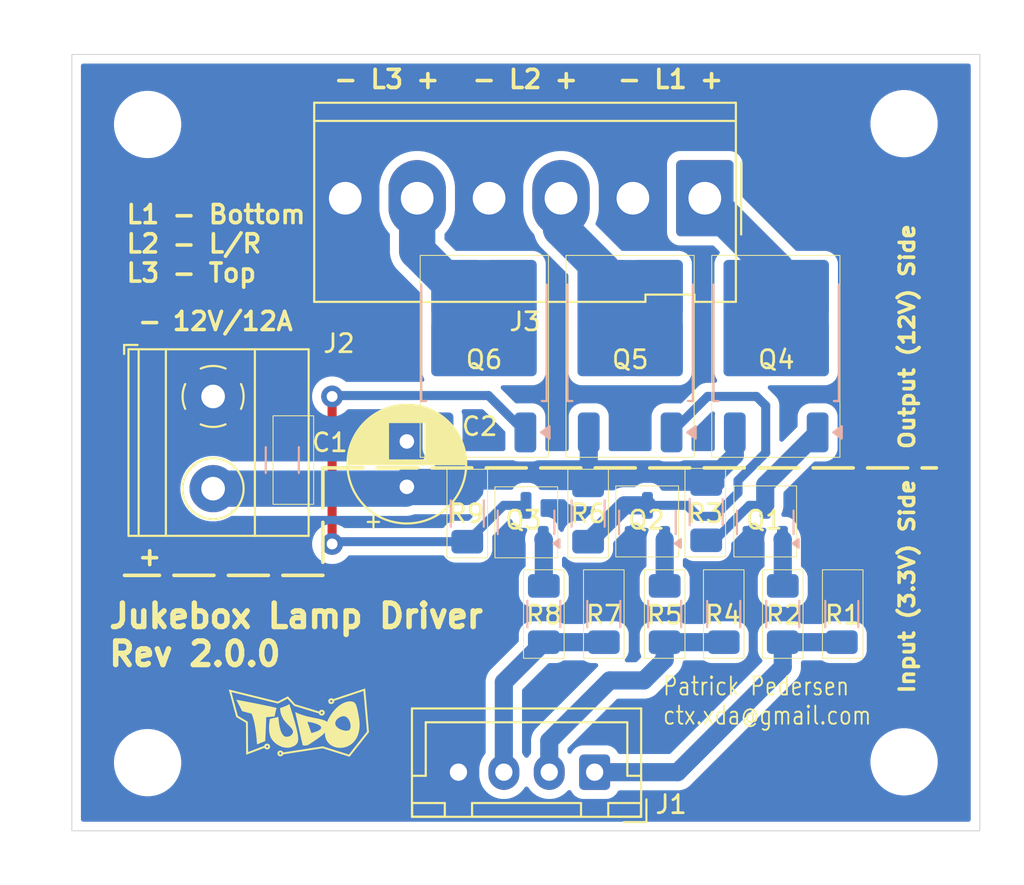
<source format=kicad_pcb>
(kicad_pcb (version 20240108) (generator "pcbnew") (generator_version "8.0")
  (layers (0 "F.Cu" signal) (31 "B.Cu" signal) (34 "B.Paste" user) (35 "F.Paste" user) (36 "B.SilkS" user "B.Silkscreen") (37 "F.SilkS" user "F.Silkscreen") (38 "B.Mask" user) (39 "F.Mask" user) (44 "Edge.Cuts" user))
  (net 0 "")
  (net 1 "GND")
  (net 2 "/L1+")
  (net 3 "/L2+")
  (net 4 "/L3+")
  (net 5 "Net-(Q1-G)")
  (net 6 "Net-(Q2-G)")
  (net 7 "Net-(Q3-G)")
  (net 8 "+12V")
  (net 9 "Net-(Q1-D)")
  (net 10 "Net-(Q2-D)")
  (net 11 "Net-(Q3-D)")
  (net 12 "Net-(J1-Pin_1)")
  (net 13 "Net-(J1-Pin_3)")
  (net 14 "Net-(J1-Pin_2)")
  (footprint "Connector_JST:JST_XH_B4B-XH-A_1x04_P2.50mm_Vertical" (layer "F.Cu") (at 110.215 78.4048 180)
    (property "Reference" "J1" (at -4.212 -1.778 0) (layer "F.SilkS"))
    (property "Value" "JST XH 1x4")
    (pad "1" thru_hole roundrect (at 0 0 180) (size 1.7 1.95) (drill 0.95) (layers "*.Cu" "*.Mask") (roundrect_rratio 0.147059) (net 12 "Net-(J1-Pin_1)"))
    (pad "2" thru_hole oval (at 2.5 0 180) (size 1.7 1.95) (drill 0.95) (layers "*.Cu" "*.Mask") (net 14 "Net-(J1-Pin_2)"))
    (pad "3" thru_hole oval (at 5 0 180) (size 1.7 1.95) (drill 0.95) (layers "*.Cu" "*.Mask") (net 13 "Net-(J1-Pin_3)"))
    (pad "4" thru_hole oval (at 7.5 0 180) (size 1.7 1.95) (drill 0.95) (layers "*.Cu" "*.Mask") (net 1 "GND"))
  )
  (footprint "TerminalBlock_Phoenix:TerminalBlock_Phoenix_MKDS-1,5-2-5.08_1x02_P5.08mm_Horizontal" (layer "F.Cu") (at 89.2048 57.7038 -90)
    (property "Reference" "J2" (at -2.921 -6.9342 180) (layer "F.SilkS"))
    (property "Value" "Screw_Terminal_01x02")
    (pad "1" thru_hole rect (at 0 0 270) (size 2.6 2.6) (drill 1.3) (layers "*.Cu" "*.Mask") (net 1 "GND"))
    (pad "2" thru_hole circle (at 5.08 0 270) (size 2.6 2.6) (drill 1.3) (layers "*.Cu" "*.Mask") (net 8 "+12V"))
  )
  (footprint "MountingHole:MountingHole_3.2mm_M3" (layer "F.Cu") (at 127.254 42.672)
    (property "Reference" "H2" (hide yes))
    (property "Value" "MountingHole")
    (pad "" np_thru_hole circle (at 0 0) (size 3.2 3.2) (drill 3.2) (layers "*.Cu" "*.Mask"))
  )
  (footprint "Capacitor_THT:CP_Radial_D6.3mm_P2.50mm" (layer "F.Cu") (at 99.8728 62.6822 90)
    (property "Reference" "C2" (at 3.3274 4.0132 180) (layer "F.SilkS"))
    (property "Value" "100u")
    (pad "1" thru_hole rect (at 0 0 90) (size 1.6 1.6) (drill 0.8) (layers "*.Cu" "*.Mask") (net 8 "+12V"))
    (pad "2" thru_hole circle (at 2.5 0 90) (size 1.6 1.6) (drill 0.8) (layers "*.Cu" "*.Mask") (net 1 "GND"))
  )
  (footprint "MountingHole:MountingHole_3.2mm_M3" (layer "F.Cu") (at 85.598 42.7178)
    (property "Reference" "H1" (hide yes))
    (property "Value" "MountingHole")
    (pad "" np_thru_hole circle (at 0 0) (size 3.2 3.2) (drill 3.2) (layers "*.Cu" "*.Mask"))
  )
  (footprint "MountingHole:MountingHole_3.2mm_M3" (layer "F.Cu") (at 85.598 77.8798)
    (property "Reference" "H4" (hide yes))
    (property "Value" "MountingHole")
    (pad "" np_thru_hole circle (at 0 0) (size 3.2 3.2) (drill 3.2) (layers "*.Cu" "*.Mask"))
  )
  (footprint "MountingHole:MountingHole_3.2mm_M3" (layer "F.Cu") (at 127.254 77.834)
    (property "Reference" "H3" (hide yes))
    (property "Value" "MountingHole")
    (pad "" np_thru_hole circle (at 0 0) (size 3.2 3.2) (drill 3.2) (layers "*.Cu" "*.Mask"))
  )
  (footprint "Connector_Molex:Molex_KK-396_5273-06A_1x06_P3.96mm_Vertical" (layer "F.Cu") (at 116.2822 46.7818 180)
    (property "Reference" "J3" (at 9.9 -6.8 0) (layer "F.SilkS"))
    (property "Value" "1x6 MOLEX KK 396")
    (pad "1" thru_hole roundrect (at 0 0 180) (size 3.16 4.2) (drill 1.8) (layers "*.Cu" "*.Mask") (roundrect_rratio 0.079114) (net 2 "/L1+"))
    (pad "2" thru_hole oval (at 3.96 0 180) (size 3.16 4.2) (drill 1.8) (layers "*.Cu" "*.Mask") (net 1 "GND"))
    (pad "3" thru_hole oval (at 7.92 0 180) (size 3.16 4.2) (drill 1.8) (layers "*.Cu" "*.Mask") (net 3 "/L2+"))
    (pad "4" thru_hole oval (at 11.88 0 180) (size 3.16 4.2) (drill 1.8) (layers "*.Cu" "*.Mask") (net 1 "GND"))
    (pad "5" thru_hole oval (at 15.84 0 180) (size 3.16 4.2) (drill 1.8) (layers "*.Cu" "*.Mask") (net 4 "/L3+"))
    (pad "6" thru_hole oval (at 19.8 0 180) (size 3.16 4.2) (drill 1.8) (layers "*.Cu" "*.Mask") (net 1 "GND"))
  )
  (footprint "Resistor_SMD:R_1206_3216Metric_Pad1.30x1.75mm_HandSolder" (layer "B.Cu") (at 107.4166 69.6926 -90)
    (property "Reference" "R8" (at 0.0508 0 0) (layer "F.SilkS"))
    (property "Value" "470")
    (pad "1" smd roundrect (at -1.55 0 270) (size 1.3 1.75) (layers "B.Cu" "B.Paste" "B.Mask") (roundrect_rratio 0.192308) (net 7 "Net-(Q3-G)"))
    (pad "2" smd roundrect (at 1.55 0 270) (size 1.3 1.75) (layers "B.Cu" "B.Paste" "B.Mask") (roundrect_rratio 0.192308) (net 13 "Net-(J1-Pin_3)"))
  )
  (footprint "Resistor_SMD:R_1206_3216Metric_Pad1.30x1.75mm_HandSolder" (layer "B.Cu") (at 116.3574 64.0786 -90)
    (property "Reference" "R3" (at 0.0768 0.0508 180) (layer "F.SilkS"))
    (property "Value" "47k")
    (pad "1" smd roundrect (at -1.55 0 270) (size 1.3 1.75) (layers "B.Cu" "B.Paste" "B.Mask") (roundrect_rratio 0.192308) (net 8 "+12V"))
    (pad "2" smd roundrect (at 1.55 0 270) (size 1.3 1.75) (layers "B.Cu" "B.Paste" "B.Mask") (roundrect_rratio 0.192308) (net 9 "Net-(Q1-D)"))
  )
  (footprint "Package_TO_SOT_SMD:SOT-23" (layer "B.Cu") (at 113.1214 64.6403 90)
    (property "Reference" "Q2" (at 0.1293 -0.0508 0) (layer "F.SilkS"))
    (property "Value" "BSS138")
    (pad "1" smd roundrect (at -0.9375 0.95 90) (size 1.475 0.6) (layers "B.Cu" "B.Paste" "B.Mask") (net 6 "Net-(Q2-G)"))
    (pad "2" smd roundrect (at -0.9375 -0.95 90) (size 1.475 0.6) (layers "B.Cu" "B.Paste" "B.Mask") (net 1 "GND"))
    (pad "3" smd roundrect (at 0.9375 0 90) (size 1.475 0.6) (layers "B.Cu" "B.Paste" "B.Mask") (net 10 "Net-(Q2-D)"))
  )
  (footprint "Package_TO_SOT_SMD:TO-252-2" (layer "B.Cu") (at 120.2122 54.645 90)
    (property "Reference" "Q4" (at -1.0268 0.006 0) (layer "F.SilkS"))
    (property "Value" "TSM7P06CP")
    (pad "1" smd roundrect (at -5.04 2.28 90) (size 2.2 1.2) (layers "B.Cu" "B.Paste" "B.Mask") (roundrect_rratio 0.208333) (net 9 "Net-(Q1-D)"))
    (pad "2" smd roundrect (at -0.415 -1.525 90) (size 3.05 2.75) (layers "B.Cu" "B.Paste") (roundrect_rratio 0.090909) (net 2 "/L1+"))
    (pad "2" smd roundrect (at -0.415 1.525 90) (size 3.05 2.75) (layers "B.Cu" "B.Paste") (roundrect_rratio 0.090909) (net 2 "/L1+"))
    (pad "2" smd roundrect (at 1.26 0 90) (size 6.4 5.8) (layers "B.Cu" "B.Mask") (roundrect_rratio 0.043103) (net 2 "/L1+"))
    (pad "2" smd roundrect (at 2.935 -1.525 90) (size 3.05 2.75) (layers "B.Cu" "B.Paste") (roundrect_rratio 0.090909) (net 2 "/L1+"))
    (pad "2" smd roundrect (at 2.935 1.525 90) (size 3.05 2.75) (layers "B.Cu" "B.Paste") (roundrect_rratio 0.090909) (net 2 "/L1+"))
    (pad "3" smd roundrect (at -5.04 -2.28 90) (size 2.2 1.2) (layers "B.Cu" "B.Paste" "B.Mask") (roundrect_rratio 0.208333) (net 8 "+12V"))
  )
  (footprint "Package_TO_SOT_SMD:TO-252-2" (layer "B.Cu") (at 104.1206 54.645 90)
    (property "Reference" "Q6" (at -1.0268 0.006 0) (layer "F.SilkS"))
    (property "Value" "TSM7P06CP")
    (pad "1" smd roundrect (at -5.04 2.28 90) (size 2.2 1.2) (layers "B.Cu" "B.Paste" "B.Mask") (roundrect_rratio 0.208333) (net 11 "Net-(Q3-D)"))
    (pad "2" smd roundrect (at -0.415 -1.525 90) (size 3.05 2.75) (layers "B.Cu" "B.Paste") (roundrect_rratio 0.090909) (net 4 "/L3+"))
    (pad "2" smd roundrect (at -0.415 1.525 90) (size 3.05 2.75) (layers "B.Cu" "B.Paste") (roundrect_rratio 0.090909) (net 4 "/L3+"))
    (pad "2" smd roundrect (at 1.26 0 90) (size 6.4 5.8) (layers "B.Cu" "B.Mask") (roundrect_rratio 0.043103) (net 4 "/L3+"))
    (pad "2" smd roundrect (at 2.935 -1.525 90) (size 3.05 2.75) (layers "B.Cu" "B.Paste") (roundrect_rratio 0.090909) (net 4 "/L3+"))
    (pad "2" smd roundrect (at 2.935 1.525 90) (size 3.05 2.75) (layers "B.Cu" "B.Paste") (roundrect_rratio 0.090909) (net 4 "/L3+"))
    (pad "3" smd roundrect (at -5.04 -2.28 90) (size 2.2 1.2) (layers "B.Cu" "B.Paste" "B.Mask") (roundrect_rratio 0.208333) (net 8 "+12V"))
  )
  (footprint "Resistor_SMD:R_1206_3216Metric_Pad1.30x1.75mm_HandSolder" (layer "B.Cu") (at 110.7186 69.6926 90)
    (property "Reference" "R7" (at -0.0508 0 180) (layer "F.SilkS"))
    (property "Value" "100k")
    (pad "1" smd roundrect (at -1.55 0 90) (size 1.3 1.75) (layers "B.Cu" "B.Paste" "B.Mask") (roundrect_rratio 0.192308) (net 13 "Net-(J1-Pin_3)"))
    (pad "2" smd roundrect (at 1.55 0 90) (size 1.3 1.75) (layers "B.Cu" "B.Paste" "B.Mask") (roundrect_rratio 0.192308) (net 1 "GND"))
  )
  (footprint "Resistor_SMD:R_1206_3216Metric_Pad1.30x1.75mm_HandSolder" (layer "B.Cu") (at 114.0714 69.6926 -90)
    (property "Reference" "R5" (at 0.0508 0 180) (layer "F.SilkS"))
    (property "Value" "470")
    (pad "1" smd roundrect (at -1.55 0 270) (size 1.3 1.75) (layers "B.Cu" "B.Paste" "B.Mask") (roundrect_rratio 0.192308) (net 6 "Net-(Q2-G)"))
    (pad "2" smd roundrect (at 1.55 0 270) (size 1.3 1.75) (layers "B.Cu" "B.Paste" "B.Mask") (roundrect_rratio 0.192308) (net 14 "Net-(J1-Pin_2)"))
  )
  (footprint "Package_TO_SOT_SMD:SOT-23" (layer "B.Cu") (at 106.4362 64.6403 90)
    (property "Reference" "Q3" (at 0.1293 -0.1372 180) (layer "F.SilkS"))
    (property "Value" "BSS138")
    (pad "1" smd roundrect (at -0.9375 0.95 90) (size 1.475 0.6) (layers "B.Cu" "B.Paste" "B.Mask") (net 7 "Net-(Q3-G)"))
    (pad "2" smd roundrect (at -0.9375 -0.95 90) (size 1.475 0.6) (layers "B.Cu" "B.Paste" "B.Mask") (net 1 "GND"))
    (pad "3" smd roundrect (at 0.9375 0 90) (size 1.475 0.6) (layers "B.Cu" "B.Paste" "B.Mask") (net 11 "Net-(Q3-D)"))
  )
  (footprint "Resistor_SMD:R_1206_3216Metric_Pad1.30x1.75mm_HandSolder" (layer "B.Cu") (at 123.825 69.6926 90)
    (property "Reference" "R1" (at -0.0508 0.0508 180) (layer "F.SilkS"))
    (property "Value" "100k")
    (pad "1" smd roundrect (at -1.55 0 90) (size 1.3 1.75) (layers "B.Cu" "B.Paste" "B.Mask") (roundrect_rratio 0.192308) (net 12 "Net-(J1-Pin_1)"))
    (pad "2" smd roundrect (at 1.55 0 90) (size 1.3 1.75) (layers "B.Cu" "B.Paste" "B.Mask") (roundrect_rratio 0.192308) (net 1 "GND"))
  )
  (footprint "Resistor_SMD:R_1206_3216Metric_Pad1.30x1.75mm_HandSolder" (layer "B.Cu") (at 109.855 64.1554 -90)
    (property "Reference" "R6" (at 0 0 0) (layer "F.SilkS"))
    (property "Value" "47k")
    (pad "1" smd roundrect (at -1.55 0 270) (size 1.3 1.75) (layers "B.Cu" "B.Paste" "B.Mask") (roundrect_rratio 0.192308) (net 8 "+12V"))
    (pad "2" smd roundrect (at 1.55 0 270) (size 1.3 1.75) (layers "B.Cu" "B.Paste" "B.Mask") (roundrect_rratio 0.192308) (net 10 "Net-(Q2-D)"))
  )
  (footprint "Package_TO_SOT_SMD:TO-252-2" (layer "B.Cu") (at 112.1701 54.645 90)
    (property "Reference" "Q5" (at -1.0268 0.006 0) (layer "F.SilkS"))
    (property "Value" "TSM7P06CP")
    (pad "1" smd roundrect (at -5.04 2.28 90) (size 2.2 1.2) (layers "B.Cu" "B.Paste" "B.Mask") (roundrect_rratio 0.208333) (net 10 "Net-(Q2-D)"))
    (pad "2" smd roundrect (at -0.415 -1.525 90) (size 3.05 2.75) (layers "B.Cu" "B.Paste") (roundrect_rratio 0.090909) (net 3 "/L2+"))
    (pad "2" smd roundrect (at -0.415 1.525 90) (size 3.05 2.75) (layers "B.Cu" "B.Paste") (roundrect_rratio 0.090909) (net 3 "/L2+"))
    (pad "2" smd roundrect (at 1.26 0 90) (size 6.4 5.8) (layers "B.Cu" "B.Mask") (roundrect_rratio 0.043103) (net 3 "/L2+"))
    (pad "2" smd roundrect (at 2.935 -1.525 90) (size 3.05 2.75) (layers "B.Cu" "B.Paste") (roundrect_rratio 0.090909) (net 3 "/L2+"))
    (pad "2" smd roundrect (at 2.935 1.525 90) (size 3.05 2.75) (layers "B.Cu" "B.Paste") (roundrect_rratio 0.090909) (net 3 "/L2+"))
    (pad "3" smd roundrect (at -5.04 -2.28 90) (size 2.2 1.2) (layers "B.Cu" "B.Paste" "B.Mask") (roundrect_rratio 0.208333) (net 8 "+12V"))
  )
  (footprint "Resistor_SMD:R_1206_3216Metric_Pad1.30x1.75mm_HandSolder" (layer "B.Cu") (at 117.3226 69.6926 90)
    (property "Reference" "R4" (at -0.0508 -0.0508 180) (layer "F.SilkS"))
    (property "Value" "100k")
    (pad "1" smd roundrect (at -1.55 0 90) (size 1.3 1.75) (layers "B.Cu" "B.Paste" "B.Mask") (roundrect_rratio 0.192308) (net 14 "Net-(J1-Pin_2)"))
    (pad "2" smd roundrect (at 1.55 0 90) (size 1.3 1.75) (layers "B.Cu" "B.Paste" "B.Mask") (roundrect_rratio 0.192308) (net 1 "GND"))
  )
  (footprint "Resistor_SMD:R_1206_3216Metric_Pad1.30x1.75mm_HandSolder" (layer "B.Cu") (at 120.5738 69.6926 -90)
    (property "Reference" "R2" (at 0.0508 -0.0508 180) (layer "F.SilkS"))
    (property "Value" "470")
    (pad "1" smd roundrect (at -1.55 0 270) (size 1.3 1.75) (layers "B.Cu" "B.Paste" "B.Mask") (roundrect_rratio 0.192308) (net 5 "Net-(Q1-G)"))
    (pad "2" smd roundrect (at 1.55 0 270) (size 1.3 1.75) (layers "B.Cu" "B.Paste" "B.Mask") (roundrect_rratio 0.192308) (net 12 "Net-(J1-Pin_1)"))
  )
  (footprint "Capacitor_SMD:C_1206_3216Metric_Pad1.33x1.80mm_HandSolder" (layer "B.Cu") (at 93.0148 61.209 90)
    (property "Reference" "C1" (at 0.9652 2.6162 180) (layer "F.SilkS"))
    (property "Value" "100n")
    (pad "1" smd roundrect (at -1.5625 0 90) (size 1.325 1.8) (layers "B.Cu" "B.Paste" "B.Mask") (roundrect_rratio 0.188679) (net 8 "+12V"))
    (pad "2" smd roundrect (at 1.5625 0 90) (size 1.325 1.8) (layers "B.Cu" "B.Paste" "B.Mask") (roundrect_rratio 0.188679) (net 1 "GND"))
  )
  (footprint "Package_TO_SOT_SMD:SOT-23" (layer "B.Cu") (at 119.6086 64.6403 90)
    (property "Reference" "Q1" (at 0.1293 -0.0508 180) (layer "F.SilkS"))
    (property "Value" "BSS138")
    (pad "1" smd roundrect (at -0.9375 0.95 90) (size 1.475 0.6) (layers "B.Cu" "B.Paste" "B.Mask") (net 5 "Net-(Q1-G)"))
    (pad "2" smd roundrect (at -0.9375 -0.95 90) (size 1.475 0.6) (layers "B.Cu" "B.Paste" "B.Mask") (net 1 "GND"))
    (pad "3" smd roundrect (at 0.9375 0 90) (size 1.475 0.6) (layers "B.Cu" "B.Paste" "B.Mask") (net 9 "Net-(Q1-D)"))
  )
  (footprint "Resistor_SMD:R_1206_3216Metric_Pad1.30x1.75mm_HandSolder" (layer "B.Cu") (at 103.2002 64.1554 -90)
    (property "Reference" "R9" (at 0 0.0508 0) (layer "F.SilkS"))
    (property "Value" "47k")
    (pad "1" smd roundrect (at -1.55 0 270) (size 1.3 1.75) (layers "B.Cu" "B.Paste" "B.Mask") (roundrect_rratio 0.192308) (net 8 "+12V"))
    (pad "2" smd roundrect (at 1.55 0 270) (size 1.3 1.75) (layers "B.Cu" "B.Paste" "B.Mask") (roundrect_rratio 0.192308) (net 11 "Net-(Q3-D)"))
  )
  (gr_rect (start 102.0826 61.717) (end 104.3178 66.5938) (stroke (width 0.05)) (fill none) (layer "F.SilkS"))
  (gr_rect (start 116.6622 49.9314) (end 123.7234 61.0566) (stroke (width 0.05)) (fill none) (layer "F.SilkS"))
  (gr_rect (start 104.7242 62.6822) (end 108.1786 66.5938) (stroke (width 0.05)) (fill none) (layer "F.SilkS"))
  (gr_rect (start 116.205 67.2542) (end 118.4402 72.131) (stroke (width 0.05)) (fill none) (layer "F.SilkS"))
  (gr_line (start 95.25 61.6408) (end 95.25 67.560141) (stroke (width 0.2) (type dash)) (layer "F.SilkS"))
  (gr_poly (pts (xy 97.79 76.2) (xy 96.720025 77.555725) (xy 95.232009 77.087941) (xy 93.063485 77.423433) (xy 93.057912 77.439084) (xy 93.051175 77.453501) (xy 93.043362 77.466696) (xy 93.03456 77.478682) (xy 93.024859 77.489471) (xy 93.014346 77.499075) (xy 93.003109 77.507508) (xy 92.991237 77.514781) (xy 92.978817 77.520906) (xy 92.965939 77.525897) (xy 92.952689 77.529766) (xy 92.939157 77.532524) (xy 92.92543 77.534185) (xy 92.911597 77.534761) (xy 92.897746 77.534264) (xy 92.883965 77.532706) (xy 92.870341 77.530101) (xy 92.856964 77.526459) (xy 92.843922 77.521795) (xy 92.831302 77.51612) (xy 92.819193 77.509446) (xy 92.807683 77.501787) (xy 92.79686 77.493154) (xy 92.786813 77.48356) (xy 92.777629 77.473017) (xy 92.769397 77.461537) (xy 92.762204 77.449134) (xy 92.75614 77.435819) (xy 92.751292 77.421605) (xy 92.747748 77.406504) (xy 92.745597 77.390529) (xy 92.744963 77.374618) (xy 92.851553 77.374618) (xy 92.851773 77.380091) (xy 92.852434 77.385516) (xy 92.853534 77.390851) (xy 92.855075 77.396051) (xy 92.857057 77.401072) (xy 92.859478 77.405869) (xy 92.86234 77.4104) (xy 92.865642 77.414619) (xy 92.869385 77.418484) (xy 92.873567 77.421949) (xy 92.87819 77.424972) (xy 92.883254 77.427507) (xy 92.888757 77.429512) (xy 92.894701 77.430942) (xy 92.901085 77.431752) (xy 92.907909 77.4319) (xy 92.914734 77.431656) (xy 92.921118 77.430755) (xy 92.927062 77.429242) (xy 92.932565 77.42716) (xy 92.937629 77.424553) (xy 92.942252 77.421466) (xy 92.946434 77.417941) (xy 92.950177 77.414024) (xy 92.953479 77.409758) (xy 92.956341 77.405187) (xy 92.958762 77.400355) (xy 92.960744 77.395307) (xy 92.962285 77.390085) (xy 92.963385 77.384735) (xy 92.964046 77.3793) (xy 92.964266 77.373824) (xy 92.964046 77.368351) (xy 92.963385 77.362925) (xy 92.962285 77.35759) (xy 92.960744 77.352391) (xy 92.958762 77.34737) (xy 92.956341 77.342572) (xy 92.953479 77.338042) (xy 92.950177 77.333822) (xy 92.946434 77.329958) (xy 92.942252 77.326492) (xy 92.937629 77.32347) (xy 92.932565 77.320934) (xy 92.927062 77.31893) (xy 92.921118 77.3175) (xy 92.914734 77.316689) (xy 92.907909 77.316542) (xy 92.901085 77.316785) (xy 92.894701 77.317686) (xy 92.888757 77.319199) (xy 92.883254 77.321281) (xy 92.87819 77.323888) (xy 92.873567 77.326976) (xy 92.869385 77.3305) (xy 92.865642 77.334417) (xy 92.86234 77.338684) (xy 92.859478 77.343254) (xy 92.857057 77.348086) (xy 92.855075 77.353135) (xy 92.853534 77.358356) (xy 92.852434 77.363706) (xy 92.851773 77.369142) (xy 92.851553 77.374618) (xy 92.744963 77.374618) (xy 92.744926 77.373692) (xy 92.745302 77.35732) (xy 92.747166 77.341749) (xy 92.75043 77.326994) (xy 92.755007 77.313069) (xy 92.76081 77.299987) (xy 92.76775 77.287762) (xy 92.775742 77.276408) (xy 92.784696 77.26594) (xy 92.794527 77.256371) (xy 92.805146 77.247715) (xy 92.816466 77.239986) (xy 92.8284 77.233198) (xy 92.840861 77.227365) (xy 92.85376 77.222501) (xy 92.86701 77.21862) (xy 92.880525 77.215735) (xy 92.894217 77.213862) (xy 92.907998 77.213013) (xy 92.921781 77.213203) (xy 92.935478 77.214445) (xy 92.949002 77.216755) (xy 92.962267 77.220144) (xy 92.975183 77.224629) (xy 92.987665 77.230221) (xy 92.999624 77.236936) (xy 93.010973 77.244788) (xy 93.021625 77.25379) (xy 93.031493 77.263956) (xy 93.040488 77.2753) (xy 93.048524 77.287836) (xy 93.055513 77.301579) (xy 93.061368 77.316542) (xy 95.240476 76.978933) (xy 96.681926 77.432958) (xy 97.679934 76.166133) (xy 97.484142 73.931992) (xy 95.870184 74.471742) (xy 95.871682 74.492282) (xy 95.871105 74.511628) (xy 95.868585 74.529772) (xy 95.864254 74.546706) (xy 95.858245 74.562419) (xy 95.85069 74.576903) (xy 95.841722 74.590149) (xy 95.831472 74.602148) (xy 95.820074 74.612892) (xy 95.807659 74.622371) (xy 95.794361 74.630576) (xy 95.78031 74.637499) (xy 95.765641 74.64313) (xy 95.750484 74.647462) (xy 95.734973 74.650484) (xy 95.719239 74.652187) (xy 95.703416 74.652564) (xy 95.687635 74.651605) (xy 95.672029 74.649301) (xy 95.656729 74.645643) (xy 95.64187 74.640623) (xy 95.627582 74.63423) (xy 95.613999 74.626458) (xy 95.601252 74.617296) (xy 95.589474 74.606735) (xy 95.578797 74.594767) (xy 95.569354 74.581383) (xy 95.561277 74.566574) (xy 95.554698 74.550331) (xy 95.54975 74.532645) (xy 95.546565 74.513507) (xy 95.545334 74.493834) (xy 95.652961 74.493834) (xy 95.653181 74.499307) (xy 95.653842 74.504733) (xy 95.654943 74.510068) (xy 95.656484 74.515268) (xy 95.658465 74.520288) (xy 95.660886 74.525086) (xy 95.663748 74.529616) (xy 95.66705 74.533836) (xy 95.670793 74.537701) (xy 95.674975 74.541166) (xy 95.679598 74.544189) (xy 95.684662 74.546724) (xy 95.690165 74.548729) (xy 95.696109 74.550158) (xy 95.702493 74.550969) (xy 95.709317 74.551117) (xy 95.716142 74.550969) (xy 95.722526 74.550158) (xy 95.72847 74.548729) (xy 95.733974 74.546724) (xy 95.739037 74.544189) (xy 95.74366 74.541166) (xy 95.747843 74.537701) (xy 95.751585 74.533836) (xy 95.754887 74.529616) (xy 95.757749 74.525086) (xy 95.760171 74.520288) (xy 95.762152 74.515268) (xy 95.763693 74.510068) (xy 95.764794 74.504733) (xy 95.765454 74.499307) (xy 95.765674 74.493834) (xy 95.765454 74.488358) (xy 95.764794 74.482923) (xy 95.763693 74.477573) (xy 95.762152 74.472351) (xy 95.760171 74.467303) (xy 95.757749 74.462471) (xy 95.754887 74.4579) (xy 95.751585 74.453634) (xy 95.747843 74.449717) (xy 95.74366 74.446193) (xy 95.739037 74.443105) (xy 95.733974 74.440498) (xy 95.72847 74.438416) (xy 95.722526 74.436903) (xy 95.716142 74.436002) (xy 95.709317 74.435758) (xy 95.702493 74.436002) (xy 95.696109 74.436903) (xy 95.690165 74.438416) (xy 95.684662 74.440498) (xy 95.679598 74.443105) (xy 95.674975 74.446193) (xy 95.670793 74.449717) (xy 95.66705 74.453634) (xy 95.663748 74.4579) (xy 95.660886 74.462471) (xy 95.658465 74.467303) (xy 95.656484 74.472351) (xy 95.654943 74.477573) (xy 95.653842 74.482923) (xy 95.653181 74.488358) (xy 95.652961 74.493834) (xy 95.545334 74.493834) (xy 95.545276 74.492908) (xy 95.545425 74.479998) (xy 95.546634 74.467474) (xy 95.548851 74.455359) (xy 95.552025 74.443673) (xy 95.556105 74.432437) (xy 95.56104 74.421673) (xy 95.56678 74.411401) (xy 95.573272 74.401644) (xy 95.580467 74.392421) (xy 95.588313 74.383753) (xy 95.59676 74.375663) (xy 95.605756 74.368172) (xy 95.615251 74.361299) (xy 95.625192 74.355067) (xy 95.635531 74.349497) (xy 95.646215 74.344609) (xy 95.657193 74.340426) (xy 95.668415 74.336967) (xy 95.67983 74.334254) (xy 95.691386 74.332308) (xy 95.703033 74.331151) (xy 95.71472 74.330803) (xy 95.726395 74.331286) (xy 95.738008 74.33262) (xy 95.749508 74.334828) (xy 95.760844 74.337929) (xy 95.771965 74.341945) (xy 95.78282 74.346898) (xy 95.793358 74.352807) (xy 95.803527 74.359696) (xy 95.813278 74.367583) (xy 95.822559 74.376492) (xy 97.579393 73.790175)) (stroke (width -0.000001)) (fill solid) (layer "F.SilkS"))
  (gr_rect (start 117.8814 62.6314) (end 121.3358 66.543) (stroke (width 0.05)) (fill none) (layer "F.SilkS"))
  (gr_line (start 95.25 61.6408) (end 129.032 61.6408) (stroke (width 0.2) (type dash)) (layer "F.SilkS"))
  (gr_rect (start 108.6358 49.9314) (end 115.697 61.0566) (stroke (width 0.05)) (fill none) (layer "F.SilkS"))
  (gr_poly (pts (xy 92.762918 74.513017) (xy 93.324893 74.226208) (xy 93.723884 74.661183) (xy 95.040451 75.060175) (xy 95.047042 75.046099) (xy 95.054654 75.033228) (xy 95.063208 75.021546) (xy 95.072621 75.011037) (xy 95.082811 75.001684) (xy 95.093697 74.993472) (xy 95.105197 74.986384) (xy 95.11723 74.980403) (xy 95.129714 74.975514) (xy 95.142567 74.9717) (xy 95.155709 74.968944) (xy 95.169057 74.967232) (xy 95.18253 74.966545) (xy 95.196046 74.966869) (xy 95.209523 74.968186) (xy 95.222881 74.970481) (xy 95.236037 74.973737) (xy 95.24891 74.977938) (xy 95.261419 74.983068) (xy 95.273481 74.989109) (xy 95.285015 74.996047) (xy 95.295939 75.003865) (xy 95.306173 75.012546) (xy 95.315634 75.022075) (xy 95.324241 75.032434) (xy 95.331912 75.043609) (xy 95.338566 75.055581) (xy 95.34412 75.068336) (xy 95.348494 75.081856) (xy 95.351606 75.096126) (xy 95.353375 75.11113) (xy 95.353718 75.12685) (xy 95.352924 75.144152) (xy 95.350604 75.160532) (xy 95.346852 75.175979) (xy 95.34176 75.19048) (xy 95.33542 75.204026) (xy 95.327926 75.216605) (xy 95.319371 75.228206) (xy 95.309846 75.238818) (xy 95.299446 75.248431) (xy 95.288263 75.257032) (xy 95.276389 75.264611) (xy 95.263918 75.271157) (xy 95.250943 75.276659) (xy 95.237555 75.281106) (xy 95.223849 75.284487) (xy 95.209917 75.28679) (xy 95.195851 75.288006) (xy 95.181744 75.288121) (xy 95.16769 75.287127) (xy 95.153781 75.285011) (xy 95.140111 75.281762) (xy 95.12677 75.27737) (xy 95.113854 75.271823) (xy 95.101454 75.265111) (xy 95.089663 75.257222) (xy 95.078574 75.248146) (xy 95.068281 75.23787) (xy 95.058875 75.226385) (xy 95.050449 75.213679) (xy 95.043097 75.199741) (xy 95.036911 75.18456) (xy 95.031984 75.168125) (xy 94.899101 75.127776) (xy 95.13332 75.127776) (xy 95.13354 75.133249) (xy 95.1342 75.138675) (xy 95.135301 75.14401) (xy 95.136842 75.149209) (xy 95.138823 75.15423) (xy 95.141245 75.159028) (xy 95.144107 75.163558) (xy 95.147409 75.167778) (xy 95.151151 75.171642) (xy 95.155334 75.175108) (xy 95.159957 75.17813) (xy 95.16502 75.180666) (xy 95.170524 75.18267) (xy 95.176467 75.1841) (xy 95.182851 75.184911) (xy 95.189676 75.185058) (xy 95.1965 75.184814) (xy 95.202884 75.183914) (xy 95.208828 75.182401) (xy 95.214332 75.180318) (xy 95.219395 75.177712) (xy 95.224018 75.174624) (xy 95.228201 75.1711) (xy 95.231943 75.167182) (xy 95.235245 75.162916) (xy 95.238107 75.158345) (xy 95.240529 75.153514) (xy 95.24251 75.148465) (xy 95.244051 75.143244) (xy 95.245152 75.137893) (xy 95.245812 75.132458) (xy 95.246032 75.126982) (xy 95.245812 75.121509) (xy 95.245152 75.116083) (xy 95.244051 75.110749) (xy 95.24251 75.105549) (xy 95.240529 75.100528) (xy 95.238107 75.095731) (xy 95.235245 75.0912) (xy 95.231943 75.08698) (xy 95.228201 75.083116) (xy 95.224018 75.07965) (xy 95.219395 75.076628) (xy 95.214332 75.074092) (xy 95.208828 75.072088) (xy 95.202884 75.070658) (xy 95.1965 75.069848) (xy 95.189676 75.0697) (xy 95.182851 75.069944) (xy 95.176467 75.070844) (xy 95.170524 75.072358) (xy 95.16502 75.07444) (xy 95.159957 75.077047) (xy 95.155334 75.080134) (xy 95.151151 75.083659) (xy 95.147409 75.087576) (xy 95.144107 75.091842) (xy 95.141245 75.096413) (xy 95.138823 75.101245) (xy 95.136842 75.106293) (xy 95.135301 75.111514) (xy 95.1342 75.116865) (xy 95.13354 75.1223) (xy 95.13332 75.127776) (xy 94.899101 75.127776) (xy 93.665676 74.753258) (xy 93.30161 74.356383) (xy 92.775618 74.6252) (xy 90.216568 73.993375) (xy 90.567935 75.2983) (xy 91.119326 75.626383) (xy 91.130968 77.293258) (xy 91.922181 76.992559) (xy 92.125537 76.992559) (xy 92.125757 76.998032) (xy 92.126417 77.003458) (xy 92.127518 77.008793) (xy 92.129059 77.013992) (xy 92.13104 77.019013) (xy 92.133462 77.023811) (xy 92.136324 77.028341) (xy 92.139626 77.032561) (xy 92.143368 77.036425) (xy 92.147551 77.039891) (xy 92.152174 77.042913) (xy 92.157237 77.045449) (xy 92.162741 77.047454) (xy 92.168684 77.048883) (xy 92.175068 77.049694) (xy 92.181893 77.049841) (xy 92.188717 77.049598) (xy 92.195101 77.048697) (xy 92.201045 77.047184) (xy 92.206549 77.045102) (xy 92.211612 77.042495) (xy 92.216235 77.039407) (xy 92.220418 77.035883) (xy 92.22416 77.031966) (xy 92.227462 77.027699) (xy 92.230324 77.023129) (xy 92.232746 77.018297) (xy 92.234727 77.013248) (xy 92.236268 77.008027) (xy 92.237369 77.002677) (xy 92.238029 76.997241) (xy 92.238249 76.991765) (xy 92.238029 76.986292) (xy 92.237369 76.980867) (xy 92.236268 76.975532) (xy 92.234727 76.970332) (xy 92.232746 76.965311) (xy 92.230324 76.960514) (xy 92.227462 76.955983) (xy 92.22416 76.951764) (xy 92.220418 76.947899) (xy 92.216235 76.944434) (xy 92.211612 76.941411) (xy 92.206549 76.938876) (xy 92.201045 76.936871) (xy 92.195101 76.935442) (xy 92.188717 76.934631) (xy 92.181893 76.934483) (xy 92.175068 76.934727) (xy 92.168684 76.935628) (xy 92.162741 76.937141) (xy 92.157237 76.939223) (xy 92.152174 76.94183) (xy 92.147551 76.944917) (xy 92.143368 76.948442) (xy 92.139626 76.952359) (xy 92.136324 76.956625) (xy 92.133462 76.961196) (xy 92.13104 76.966028) (xy 92.129059 76.971076) (xy 92.127518 76.976298) (xy 92.126417 76.981648) (xy 92.125757 76.987083) (xy 92.125537 76.992559) (xy 91.922181 76.992559) (xy 92.022085 76.954591) (xy 92.026735 76.937958) (xy 92.032686 76.922579) (xy 92.039841 76.908445) (xy 92.048107 76.895544) (xy 92.057387 76.883866) (xy 92.067586 76.873401) (xy 92.07861 76.864138) (xy 92.090364 76.856067) (xy 92.102751 76.849177) (xy 92.115677 76.843458) (xy 92.129047 76.8389) (xy 92.142766 76.835491) (xy 92.156738 76.833222) (xy 92.170868 76.832082) (xy 92.185061 76.832061) (xy 92.199223 76.833147) (xy 92.213257 76.835332) (xy 92.22707 76.838603) (xy 92.240564 76.842951) (xy 92.253647 76.848365) (xy 92.266221 76.854835) (xy 92.278193 76.86235) (xy 92.289466 76.8709) (xy 92.299947 76.880475) (xy 92.309539 76.891063) (xy 92.318147 76.902655) (xy 92.325677 76.91524) (xy 92.332033 76.928807) (xy 92.337121 76.943346) (xy 92.340844 76.958847) (xy 92.343108 76.975299) (xy 92.343818 76.992691) (xy 92.343583 77.008322) (xy 92.34194 77.023253) (xy 92.338968 77.037469) (xy 92.334748 77.050953) (xy 92.329358 77.063689) (xy 92.32288 77.075658) (xy 92.315392 77.086846) (xy 92.306975 77.097235) (xy 92.297708 77.106808) (xy 92.287671 77.115549) (xy 92.276945 77.123442) (xy 92.265609 77.130469) (xy 92.253742 77.136614) (xy 92.241425 77.14186) (xy 92.228738 77.146191) (xy 92.215759 77.149589) (xy 92.20257 77.152039) (xy 92.189251 77.153523) (xy 92.175879 77.154026) (xy 92.162537 77.153529) (xy 92.149303 77.152017) (xy 92.136257 77.149473) (xy 92.12348 77.14588) (xy 92.111051 77.141222) (xy 92.099049 77.135481) (xy 92.087555 77.128642) (xy 92.076649 77.120688) (xy 92.06641 77.111601) (xy 92.056919 77.101365) (xy 92.048254 77.089964) (xy 92.040497 77.077381) (xy 92.033726 77.0636) (xy 91.026193 77.445658) (xy 91.014551 75.686708) (xy 90.477976 75.367092) (xy 90.067343 73.847325)) (stroke (width -0.000001)) (fill solid) (layer "F.SilkS"))
  (gr_rect (start 108.7374 61.717) (end 110.9726 66.5938) (stroke (width 0.05)) (fill none) (layer "F.SilkS"))
  (gr_rect (start 106.299 67.2542) (end 108.5342 72.131) (stroke (width 0.05)) (fill none) (layer "F.SilkS"))
  (gr_poly (pts (xy 93.596884 75.26999) (xy 93.672415 75.526565) (xy 93.743927 75.780536) (xy 93.80383 76.010149) (xy 93.827056 76.109023) (xy 93.844534 76.19365) (xy 93.870406 76.340475) (xy 93.880579 76.409146) (xy 93.887992 76.474687) (xy 93.891958 76.537121) (xy 93.891787 76.596472) (xy 93.886792 76.652762) (xy 93.88227 76.679767) (xy 93.876284 76.706016) (xy 93.868748 76.731511) (xy 93.859575 76.756255) (xy 93.84868 76.780252) (xy 93.835977 76.803504) (xy 93.821379 76.826015) (xy 93.8048 76.847786) (xy 93.786155 76.868821) (xy 93.765358 76.889124) (xy 93.742322 76.908696) (xy 93.716961 76.927541) (xy 93.689189 76.945661) (xy 93.658921 76.96306) (xy 93.62607 76.979741) (xy 93.59055 76.995706) (xy 93.552275 77.010958) (xy 93.51116 77.0255) (xy 93.471947 77.037131) (xy 93.431965 77.046266) (xy 93.391312 77.052963) (xy 93.350086 77.057283) (xy 93.308386 77.059283) (xy 93.266309 77.059024) (xy 93.223955 77.056562) (xy 93.181422 77.051958) (xy 93.138809 77.045271) (xy 93.096213 77.036559) (xy 93.011469 77.013296) (xy 92.927977 76.982642) (xy 92.846526 76.945067) (xy 92.767902 76.901042) (xy 92.692894 76.85104) (xy 92.622289 76.795532) (xy 92.556873 76.734988) (xy 92.497436 76.669879) (xy 92.470206 76.635761) (xy 92.444765 76.600678) (xy 92.421212 76.56469) (xy 92.399646 76.527856) (xy 92.380165 76.490234) (xy 92.362868 76.451883) (xy 92.342803 76.393449) (xy 92.326126 76.333067) (xy 92.312627 76.271069) (xy 92.302096 76.207789) (xy 92.294325 76.14356) (xy 92.289105 76.078715) (xy 92.286225 76.013589) (xy 92.285477 75.948514) (xy 92.286652 75.883823) (xy 92.289539 75.81985) (xy 92.299616 75.69539) (xy 92.314034 75.577801) (xy 92.331118 75.46975) (xy 92.799959 75.359684) (xy 92.812064 75.512344) (xy 92.830122 75.671131) (xy 92.841755 75.750985) (xy 92.855323 75.830166) (xy 92.870975 75.90794) (xy 92.888859 75.983571) (xy 92.909125 76.056325) (xy 92.93192 76.125466) (xy 92.957395 76.190261) (xy 92.985697 76.249973) (xy 93.016976 76.303869) (xy 93.05138 76.351213) (xy 93.0698 76.372199) (xy 93.089058 76.391271) (xy 93.109172 76.408338) (xy 93.130159 76.423308) (xy 93.147223 76.430787) (xy 93.164646 76.437159) (xy 93.182378 76.442443) (xy 93.200369 76.446656) (xy 93.21857 76.449813) (xy 93.23693 76.451932) (xy 93.255399 76.45303) (xy 93.273927 76.453124) (xy 93.292465 76.45223) (xy 93.310962 76.450365) (xy 93.329369 76.447546) (xy 93.347635 76.443791) (xy 93.36571 76.439115) (xy 93.383544 76.433536) (xy 93.401088 76.427071) (xy 93.418291 76.419737) (xy 93.435103 76.411549) (xy 93.451475 76.402526) (xy 93.467356 76.392684) (xy 93.482696 76.38204) (xy 93.497446 76.37061) (xy 93.511555 76.358412) (xy 93.524973 76.345463) (xy 93.537651 76.331779) (xy 93.549538 76.317377) (xy 93.560584 76.302275) (xy 93.57074 76.286488) (xy 93.579955 76.270034) (xy 93.58818 76.25293) (xy 93.595364 76.235192) (xy 93.601457 76.216838) (xy 93.606409 76.197883) (xy 93.605039 76.166583) (xy 93.599712 76.136085) (xy 93.59069 76.106241) (xy 93.578233 76.076905) (xy 93.562602 76.047929) (xy 93.544057 76.019166) (xy 93.52286 75.99047) (xy 93.49927 75.961693) (xy 93.445955 75.903308) (xy 93.3862 75.842835) (xy 93.322088 75.779097) (xy 93.255704 75.710918) (xy 93.189135 75.63712) (xy 93.156432 75.597747) (xy 93.124465 75.556527) (xy 93.093493 75.513315) (xy 93.063779 75.467963) (xy 93.035581 75.420324) (xy 93.009162 75.37025) (xy 92.984782 75.317596) (xy 92.9627 75.262213) (xy 92.943179 75.203954) (xy 92.926478 75.142673) (xy 92.912858 75.078223) (xy 92.90258 75.010456) (xy 92.895905 74.939225) (xy 92.893093 74.864383) (xy 92.907868 74.862995) (xy 92.930037 74.857936) (xy 92.95851 74.849656) (xy 92.992196 74.838603) (xy 93.070849 74.809968) (xy 93.157279 74.775616) (xy 93.242767 74.73913) (xy 93.318592 74.704096) (xy 93.350158 74.688243) (xy 93.376038 74.674096) (xy 93.395144 74.662105) (xy 93.406384 74.652717)) (stroke (width -0.000001)) (fill solid) (layer "F.SilkS"))
  (gr_rect (start 92.5068 58.7706) (end 94.742 63.6474) (stroke (width 0.05)) (fill none) (layer "F.SilkS"))
  (gr_rect (start 100.6094 49.9314) (end 107.6706 61.0566) (stroke (width 0.05)) (fill none) (layer "F.SilkS"))
  (gr_rect (start 112.9538 67.2542) (end 115.189 72.131) (stroke (width 0.05)) (fill none) (layer "F.SilkS"))
  (gr_rect (start 111.379 62.6314) (end 114.8334 66.543) (stroke (width 0.05)) (fill none) (layer "F.SilkS"))
  (gr_poly (pts (xy 91.610525 74.629169) (xy 92.381008 74.787952) (xy 92.628082 74.84709) (xy 92.693457 74.867505) (xy 92.708651 74.874912) (xy 92.711059 74.880258) (xy 92.706709 74.885562) (xy 92.702205 74.892845) (xy 92.692809 74.912788) (xy 92.683026 74.938959) (xy 92.673009 74.970233) (xy 92.652886 75.043579) (xy 92.633669 75.123807) (xy 92.616585 75.201903) (xy 92.602862 75.268849) (xy 92.59041 75.333225) (xy 92.122626 75.378733) (xy 92.124925 75.482919) (xy 92.121766 75.654214) (xy 92.105428 76.098268) (xy 92.077118 76.693183) (xy 91.623093 76.874158) (xy 91.604695 76.633655) (xy 91.583955 76.415544) (xy 91.561362 76.218877) (xy 91.537401 76.042705) (xy 91.51256 75.886079) (xy 91.487324 75.74805) (xy 91.43762 75.523989) (xy 91.392182 75.362933) (xy 91.354905 75.257289) (xy 91.32041 75.181883) (xy 90.808176 75.046417) (xy 90.47586 74.411417)) (stroke (width -0.000001)) (fill solid) (layer "F.SilkS"))
  (gr_rect (start 119.4562 67.2542) (end 121.6914 72.131) (stroke (width 0.05)) (fill none) (layer "F.SilkS"))
  (gr_rect (start 109.601 67.2542) (end 111.8362 72.131) (stroke (width 0.05)) (fill none) (layer "F.SilkS"))
  (gr_line (start 95.25 67.560141) (end 84.328 67.560141) (stroke (width 0.2) (type dash)) (layer "F.SilkS"))
  (gr_rect (start 115.189 61.6662) (end 117.4242 66.543) (stroke (width 0.05)) (fill none) (layer "F.SilkS"))
  (gr_rect (start 122.7582 67.2542) (end 124.9934 72.131) (stroke (width 0.05)) (fill none) (layer "F.SilkS"))
  (gr_poly (pts (xy 96.843814 74.51104) (xy 96.881883 74.519175) (xy 96.916843 74.529884) (xy 96.949012 74.544238) (xy 96.97871 74.563312) (xy 96.992732 74.574954) (xy 97.006256 74.588178) (xy 97.019322 74.603118) (xy 97.03197 74.619908) (xy 97.056171 74.659576) (xy 97.079177 74.708254) (xy 97.10131 74.767016) (xy 97.122887 74.836933) (xy 97.144229 74.919079) (xy 97.165655 75.014526) (xy 97.187484 75.124348) (xy 97.210035 75.249617) (xy 97.246542 75.450239) (xy 97.26722 75.638271) (xy 97.273042 75.813875) (xy 97.264985 75.977208) (xy 97.244023 76.128433) (xy 97.211132 76.267708) (xy 97.167286 76.395194) (xy 97.113461 76.511051) (xy 97.050632 76.615438) (xy 96.979775 76.708517) (xy 96.901863 76.790447) (xy 96.817872 76.861388) (xy 96.728778 76.9215) (xy 96.635556 76.970943) (xy 96.53918 77.009878) (xy 96.440626 77.038464) (xy 96.340869 77.056862) (xy 96.240884 77.065231) (xy 96.141647 77.063732) (xy 96.044132 77.052524) (xy 95.949314 77.031769) (xy 95.858169 77.001625) (xy 95.771671 76.962253) (xy 95.690797 76.913812) (xy 95.616521 76.856464) (xy 95.549818 76.790368) (xy 95.491663 76.715684) (xy 95.443032 76.632573) (xy 95.404899 76.541193) (xy 95.37824 76.441706) (xy 95.364029 76.334272) (xy 95.363243 76.21905) (xy 95.33466 76.254196) (xy 95.296946 76.292953) (xy 95.251317 76.334715) (xy 95.198987 76.378874) (xy 95.141168 76.424826) (xy 95.079074 76.471964) (xy 94.946921 76.567373) (xy 94.812238 76.660253) (xy 94.684736 76.745752) (xy 94.490118 76.875216) (xy 94.474482 76.885121) (xy 94.458754 76.894028) (xy 94.442973 76.901983) (xy 94.427178 76.909031) (xy 94.411407 76.915216) (xy 94.395698 76.920583) (xy 94.380091 76.925177) (xy 94.364623 76.929042) (xy 94.349333 76.932224) (xy 94.334261 76.934767) (xy 94.319443 76.936715) (xy 94.30492 76.938115) (xy 94.290729 76.939009) (xy 94.276909 76.939444) (xy 94.250538 76.939113) (xy 94.226113 76.93748) (xy 94.203944 76.934902) (xy 94.184339 76.931739) (xy 94.167607 76.928348) (xy 94.154057 76.925087) (xy 94.143995 76.922314) (xy 94.135576 76.919666) (xy 93.845592 75.627442) (xy 94.399101 75.627442) (xy 94.618176 76.248683) (xy 94.716682 76.221799) (xy 94.803937 76.194953) (xy 94.880387 76.16819) (xy 94.946478 76.141554) (xy 95.002655 76.115089) (xy 95.049364 76.08884) (xy 95.087048 76.06285) (xy 95.116155 76.037165) (xy 95.137129 76.011829) (xy 95.150415 75.986887) (xy 95.156459 75.962381) (xy 95.155706 75.938358) (xy 95.148601 75.914861) (xy 95.135591 75.891935) (xy 95.117119 75.869623) (xy 95.093632 75.847972) (xy 95.065575 75.827024) (xy 95.033393 75.806824) (xy 94.958434 75.768847) (xy 94.87232 75.734395) (xy 94.823472 75.718458) (xy 95.931567 75.718458) (xy 95.933396 75.744899) (xy 95.938371 75.770812) (xy 95.946321 75.796152) (xy 95.957075 75.820875) (xy 95.970461 75.844937) (xy 95.986308 75.868293) (xy 96.004445 75.8909) (xy 96.024701 75.912712) (xy 96.046903 75.933686) (xy 96.070882 75.953776) (xy 96.096465 75.972939) (xy 96.123481 75.99113) (xy 96.181128 76.024419) (xy 96.242453 76.053289) (xy 96.306084 76.077383) (xy 96.370652 76.096347) (xy 96.434785 76.109827) (xy 96.497114 76.117467) (xy 96.527174 76.118985) (xy 96.556268 76.118911) (xy 96.584226 76.117199) (xy 96.610877 76.113806) (xy 96.636048 76.108686) (xy 96.65957 76.101795) (xy 96.681269 76.09309) (xy 96.700976 76.082525) (xy 96.716675 76.066717) (xy 96.730454 76.0484) (xy 96.742337 76.027772) (xy 96.75235 76.005033) (xy 96.760521 75.980384) (xy 96.766874 75.954024) (xy 96.771436 75.926152) (xy 96.774232 75.896969) (xy 96.775289 75.866675) (xy 96.774633 75.835469) (xy 96.772289 75.803551) (xy 96.768283 75.771121) (xy 96.762642 75.738378) (xy 96.755392 75.705523) (xy 96.746557 75.672755) (xy 96.736165 75.640274) (xy 96.724242 75.60828) (xy 96.710812 75.576972) (xy 96.695903 75.546551) (xy 96.67954 75.517216) (xy 96.66175 75.489167) (xy 96.642557 75.462603) (xy 96.621989 75.437726) (xy 96.60007 75.414733) (xy 96.576828 75.393826) (xy 96.552288 75.375204) (xy 96.526475 75.359066) (xy 96.499417 75.345613) (xy 96.471139 75.335044) (xy 96.441666 75.327559) (xy 96.411025 75.323359) (xy 96.379242 75.322642) (xy 96.35954 75.32393) (xy 96.339752 75.326192) (xy 96.319924 75.3294) (xy 96.300103 75.333529) (xy 96.280333 75.338553) (xy 96.260659 75.344447) (xy 96.241127 75.351185) (xy 96.221782 75.358741) (xy 96.20267 75.367089) (xy 96.183836 75.376203) (xy 96.165325 75.386058) (xy 96.147182 75.396628) (xy 96.129453 75.407887) (xy 96.112184 75.419809) (xy 96.09542 75.432369) (xy 96.079205 75.445541) (xy 96.063585 75.459298) (xy 96.048607 75.473616) (xy 96.034314 75.488469) (xy 96.020753 75.50383) (xy 96.007968 75.519674) (xy 95.996005 75.535975) (xy 95.98491 75.552707) (xy 95.974727 75.569845) (xy 95.965503 75.587363) (xy 95.957282 75.605235) (xy 95.95011 75.623435) (xy 95.944032 75.641938) (xy 95.939093 75.660717) (xy 95.935339 75.679748) (xy 95.932815 75.699003) (xy 95.931567 75.718458) (xy 94.823472 75.718458) (xy 94.778613 75.703823) (xy 94.680875 75.677487) (xy 94.582668 75.655742) (xy 94.487556 75.638941) (xy 94.399101 75.627442) (xy 93.845592 75.627442) (xy 93.724943 75.089808) (xy 93.792207 75.12273) (xy 93.859411 75.153321) (xy 93.99334 75.208027) (xy 94.126144 75.25497) (xy 94.257235 75.295191) (xy 94.386026 75.329732) (xy 94.511928 75.359634) (xy 94.752717 75.409689) (xy 94.974903 75.453693) (xy 95.077551 75.47603) (xy 95.173785 75.499978) (xy 95.263018 75.526582) (xy 95.344662 75.55688) (xy 95.382455 75.573741) (xy 95.418131 75.591917) (xy 95.451615 75.611538) (xy 95.482835 75.632733) (xy 95.533538 75.518882) (xy 95.589764 75.408267) (xy 95.651155 75.301423) (xy 95.717355 75.198883) (xy 95.788007 75.101179) (xy 95.862756 75.008846) (xy 95.941243 74.922416) (xy 96.023114 74.842423) (xy 96.10801 74.7694) (xy 96.195577 74.70388) (xy 96.285456 74.646398) (xy 96.331151 74.620837) (xy 96.377291 74.597485) (xy 96.423832 74.576409) (xy 96.470727 74.557675) (xy 96.517933 74.541351) (xy 96.565406 74.527503) (xy 96.6131 74.516196) (xy 96.660972 74.5075) (xy 96.708976 74.501479) (xy 96.757068 74.4982)) (stroke (width -0.000001)) (fill solid) (layer "F.SilkS"))
  (gr_rect (start 81.426 38.862) (end 131.426 81.6356) (stroke (width 0.05)) (fill none) (layer "Edge.Cuts"))
  (gr_text "- L2 +" (at 103.378 40.8128 0) (layer "F.SilkS") (effects (font (size 1 1) (thickness 0.2) (bold yes)) (justify left bottom)))
  (gr_text "- L1 +" (at 111.379 40.8128 0) (layer "F.SilkS") (effects (font (size 1 1) (thickness 0.2) (bold yes)) (justify left bottom)))
  (gr_text "12V/12A" (at 86.868 54.1478 0) (layer "F.SilkS") (effects (font (size 1 1) (thickness 0.2) (bold yes)) (justify left bottom)))
  (gr_text "Patrick Pedersen\nctx.xda@gmail.com" (at 113.919 75.8648 0) (layer "F.SilkS") (effects (font (size 1 0.8) (thickness 0.1)) (justify left bottom)))
  (gr_text "Output (12V) Side" (at 127.889 60.706 90) (layer "F.SilkS") (effects (font (size 0.8 0.9) (thickness 0.2) (bold yes)) (justify left bottom)))
  (gr_text "-" (at 84.963 54.1478 0) (layer "F.SilkS") (effects (font (size 1 1) (thickness 0.2) (bold yes)) (justify left bottom)))
  (gr_text "Jukebox Lamp Driver\nRev 2.0.0" (at 83.332782 72.650596 0) (layer "F.SilkS") (effects (font (size 1.3 1.3) (thickness 0.3) (bold yes)) (justify left bottom)))
  (gr_text "L1 - Bottom\nL2 - L/R\nL3 - Top" (at 84.328 51.4808 0) (layer "F.SilkS") (effects (font (size 1 1) (thickness 0.2) (bold yes)) (justify left bottom)))
  (gr_text "- L3 +" (at 95.758 40.8128 0) (layer "F.SilkS") (effects (font (size 1 1) (thickness 0.2) (bold yes)) (justify left bottom)))
  (gr_text "Input (3.3V) Side" (at 127.889 74.168 90) (layer "F.SilkS") (effects (font (size 0.8 0.9) (thickness 0.2) (bold yes)) (justify left bottom)))
  (gr_text "+" (at 84.963 67.1018 0) (layer "F.SilkS") (effects (font (size 1 1) (thickness 0.2) (bold yes)) (justify left bottom)))
  (segment (start 120.2122 53.385) (end 120.2122 50.7118) (width 2) (layer "B.Cu") (net 2))
  (segment (start 120.2122 50.7118) (end 116.2822 46.7818) (width 2) (layer "B.Cu") (net 2))
  (segment (start 108.3622 48.464) (end 108.3622 46.7818) (width 2) (layer "B.Cu") (net 3))
  (segment (start 110.6451 51.71) (end 110.6451 50.7469) (width 2) (layer "B.Cu") (net 3))
  (segment (start 110.6451 50.7469) (end 108.3622 48.464) (width 2) (layer "B.Cu") (net 3))
  (segment (start 100.4422 49.688) (end 100.4422 46.7818) (width 2) (layer "B.Cu") (net 4))
  (segment (start 102.5956 51.71) (end 102.4642 51.71) (width 2) (layer "B.Cu") (net 4))
  (segment (start 102.4642 51.71) (end 100.4422 49.688) (width 2) (layer "B.Cu") (net 4))
  (segment (start 120.5738 65.593) (end 120.5586 65.5778) (width 1) (layer "B.Cu") (net 5))
  (segment (start 120.5738 68.1426) (end 120.5738 65.593) (width 1) (layer "B.Cu") (net 5))
  (segment (start 114.0714 68.1426) (end 114.0714 65.5778) (width 1) (layer "B.Cu") (net 6))
  (segment (start 107.4166 68.1426) (end 107.4166 65.6082) (width 1) (layer "B.Cu") (net 7))
  (segment (start 107.4166 65.6082) (end 107.3862 65.5778) (width 1) (layer "B.Cu") (net 7))
  (segment (start 109.8901 59.685) (end 109.8901 62.5703) (width 1) (layer "B.Cu") (net 8))
  (segment (start 109.8901 62.5703) (end 109.855 62.6054) (width 1) (layer "B.Cu") (net 8))
  (segment (start 89.2048 62.7838) (end 99.7712 62.7838) (width 2) (layer "B.Cu") (net 8))
  (segment (start 101.8406 59.685) (end 101.8406 61.2458) (width 1) (layer "B.Cu") (net 8))
  (segment (start 101.8406 61.2458) (end 103.2002 62.6054) (width 1) (layer "B.Cu") (net 8))
  (segment (start 99.8836 62.693) (end 103.1126 62.693) (width 2) (layer "B.Cu") (net 8))
  (segment (start 99.7712 62.7838) (end 99.8728 62.6822) (width 2) (layer "B.Cu") (net 8))
  (segment (start 103.1126 62.693) (end 103.2002 62.6054) (width 1) (layer "B.Cu") (net 8))
  (segment (start 117.9322 60.9538) (end 116.3574 62.5286) (width 1) (layer "B.Cu") (net 8))
  (segment (start 99.8728 62.6822) (end 99.8836 62.693) (width 1) (layer "B.Cu") (net 8))
  (segment (start 117.9322 59.685) (end 117.9322 60.9538) (width 1) (layer "B.Cu") (net 8))
  (segment (start 117.7586 64.675484) (end 118.731284 63.7028) (width 0.5) (layer "B.Cu") (net 9))
  (segment (start 117.7586 64.6973) (end 117.7586 64.675484) (width 0.5) (layer "B.Cu") (net 9))
  (segment (start 116.8273 65.6286) (end 117.7586 64.6973) (width 0.5) (layer "B.Cu") (net 9))
  (segment (start 116.3574 65.6286) (end 116.8273 65.6286) (width 0.5) (layer "B.Cu") (net 9))
  (segment (start 118.731284 63.7028) (end 119.6086 63.7028) (width 0.5) (layer "B.Cu") (net 9))
  (segment (start 119.6086 63.7028) (end 119.6086 62.5686) (width 1) (layer "B.Cu") (net 9))
  (segment (start 119.6086 62.5686) (end 122.4922 59.685) (width 1) (layer "B.Cu") (net 9))
  (segment (start 118.11 62.331634) (end 119.634 60.807634) (width 0.5) (layer "B.Cu") (net 10))
  (segment (start 119.634 58.2118) (end 119.126 57.7038) (width 0.5) (layer "B.Cu") (net 10))
  (segment (start 113.1214 63.7028) (end 115.29759 63.7028) (width 0.5) (layer "B.Cu") (net 10))
  (segment (start 119.634 60.807634) (end 119.634 58.2118) (width 0.5) (layer "B.Cu") (net 10))
  (segment (start 116.81221 64.3078) (end 118.11 63.01001) (width 0.5) (layer "B.Cu") (net 10))
  (segment (start 116.4313 57.7038) (end 114.4501 59.685) (width 0.5) (layer "B.Cu") (net 10))
  (segment (start 119.126 57.7038) (end 116.4313 57.7038) (width 0.5) (layer "B.Cu") (net 10))
  (segment (start 118.11 63.01001) (end 118.11 62.331634) (width 0.5) (layer "B.Cu") (net 10))
  (segment (start 111.8576 63.7028) (end 113.1214 63.7028) (width 1) (layer "B.Cu") (net 10))
  (segment (start 115.29759 63.7028) (end 115.90259 64.3078) (width 0.5) (layer "B.Cu") (net 10))
  (segment (start 109.855 65.7054) (end 111.8576 63.7028) (width 1) (layer "B.Cu") (net 10))
  (segment (start 115.90259 64.3078) (end 116.81221 64.3078) (width 0.5) (layer "B.Cu") (net 10))
  (segment (start 95.758 57.7038) (end 95.758 65.8318) (width 0.5) (layer "F.Cu") (net 11))
  (via (at 95.758 57.7038) (size 1.2) (drill 0.6) (layers "F.Cu" "B.Cu") (net 11))
  (via (at 95.758 65.8318) (size 1.2) (drill 0.6) (layers "F.Cu" "B.Cu") (net 11))
  (segment (start 95.8844 65.7054) (end 103.2002 65.7054) (width 0.5) (layer "B.Cu") (net 11))
  (segment (start 103.2002 65.7054) (end 105.2028 63.7028) (width 0.5) (layer "B.Cu") (net 11))
  (segment (start 104.3686 57.653) (end 95.8088 57.653) (width 0.5) (layer "B.Cu") (net 11))
  (segment (start 95.758 65.8318) (end 95.8844 65.7054) (width 0.5) (layer "B.Cu") (net 11))
  (segment (start 95.8088 57.653) (end 95.758 57.7038) (width 0.5) (layer "B.Cu") (net 11))
  (segment (start 105.2028 63.7028) (end 106.4362 63.7028) (width 0.5) (layer "B.Cu") (net 11))
  (segment (start 106.4006 59.685) (end 104.3686 57.653) (width 0.5) (layer "B.Cu") (net 11))
  (segment (start 120.5738 72.6136) (end 120.5738 71.2426) (width 1) (layer "B.Cu") (net 12))
  (segment (start 110.215 78.4048) (end 114.7826 78.4048) (width 1) (layer "B.Cu") (net 12))
  (segment (start 114.7826 78.4048) (end 120.5738 72.6136) (width 1) (layer "B.Cu") (net 12))
  (segment (start 123.825 71.2426) (end 120.5738 71.2426) (width 1) (layer "B.Cu") (net 12))
  (segment (start 105.215 73.4442) (end 107.4166 71.2426) (width 1) (layer "B.Cu") (net 13))
  (segment (start 105.215 78.4048) (end 105.215 73.4442) (width 1) (layer "B.Cu") (net 13))
  (segment (start 110.7186 71.2426) (end 107.4166 71.2426) (width 1) (layer "B.Cu") (net 13))
  (segment (start 114.0714 71.2426) (end 114.0714 72.2072) (width 1) (layer "B.Cu") (net 14))
  (segment (start 111.0446 73.3502) (end 107.715 76.6798) (width 1) (layer "B.Cu") (net 14))
  (segment (start 107.715 76.6798) (end 107.715 78.4048) (width 1) (layer "B.Cu") (net 14))
  (segment (start 114.0714 72.2072) (end 112.9284 73.3502) (width 1) (layer "B.Cu") (net 14))
  (segment (start 112.9284 73.3502) (end 111.0446 73.3502) (width 1) (layer "B.Cu") (net 14))
  (segment (start 117.3226 71.2426) (end 114.0714 71.2426) (width 1) (layer "B.Cu") (net 14))
  (zone (net 1) (net_name "GND") (layer "B.Cu") (priority 1) (connect_pads yes (clearance 0.5)) (min_thickness 0.25) (fill yes (thermal_gap 0.5) (thermal_bridge_width 0.5) (island_removal_mode 1) (island_area_min 10))
    (polygon (pts (xy 77.47 35.8598) (xy 77.47 84.6278) (xy 133.858 84.6278) (xy 133.858 35.8598)))
  )
  (zone (net 8) (net_name "+12V") (layer "B.Cu") (priority 1) (connect_pads yes (clearance 0.5)) (min_thickness 0.25) (fill yes (thermal_gap 0.5) (thermal_bridge_width 0.5) (island_removal_mode 1) (island_area_min 10))
    (polygon (pts (xy 101.462 61.2198) (xy 101.462 62.8198) (xy 117.862 62.9198) (xy 117.862 61.2198)))
  )
)
</source>
